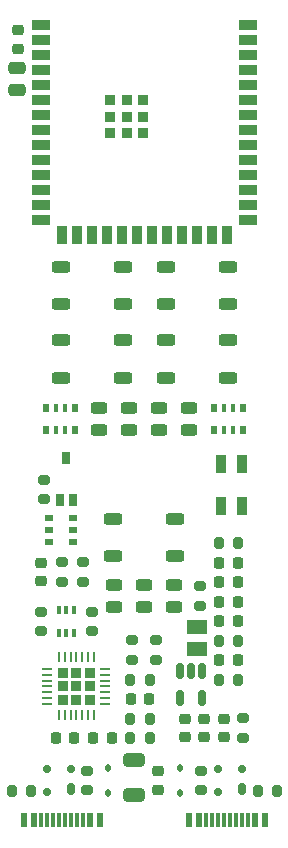
<source format=gtp>
G04 #@! TF.GenerationSoftware,KiCad,Pcbnew,8.99.0-1829-g5db4d10c86*
G04 #@! TF.CreationDate,2024-08-04T21:37:52+02:00*
G04 #@! TF.ProjectId,fiit-esp32-kit-pcb,66696974-2d65-4737-9033-322d6b69742d,0.1*
G04 #@! TF.SameCoordinates,Original*
G04 #@! TF.FileFunction,Paste,Top*
G04 #@! TF.FilePolarity,Positive*
%FSLAX46Y46*%
G04 Gerber Fmt 4.6, Leading zero omitted, Abs format (unit mm)*
G04 Created by KiCad (PCBNEW 8.99.0-1829-g5db4d10c86) date 2024-08-04 21:37:52*
%MOMM*%
%LPD*%
G01*
G04 APERTURE LIST*
G04 Aperture macros list*
%AMRoundRect*
0 Rectangle with rounded corners*
0 $1 Rounding radius*
0 $2 $3 $4 $5 $6 $7 $8 $9 X,Y pos of 4 corners*
0 Add a 4 corners polygon primitive as box body*
4,1,4,$2,$3,$4,$5,$6,$7,$8,$9,$2,$3,0*
0 Add four circle primitives for the rounded corners*
1,1,$1+$1,$2,$3*
1,1,$1+$1,$4,$5*
1,1,$1+$1,$6,$7*
1,1,$1+$1,$8,$9*
0 Add four rect primitives between the rounded corners*
20,1,$1+$1,$2,$3,$4,$5,0*
20,1,$1+$1,$4,$5,$6,$7,0*
20,1,$1+$1,$6,$7,$8,$9,0*
20,1,$1+$1,$8,$9,$2,$3,0*%
G04 Aperture macros list end*
%ADD10R,0.900000X0.900000*%
%ADD11R,1.500000X0.900000*%
%ADD12R,0.900000X1.500000*%
%ADD13RoundRect,0.100000X0.100000X-0.225000X0.100000X0.225000X-0.100000X0.225000X-0.100000X-0.225000X0*%
%ADD14RoundRect,0.200000X0.275000X-0.200000X0.275000X0.200000X-0.275000X0.200000X-0.275000X-0.200000X0*%
%ADD15R,0.800000X0.500000*%
%ADD16RoundRect,0.225000X-0.250000X0.225000X-0.250000X-0.225000X0.250000X-0.225000X0.250000X0.225000X0*%
%ADD17RoundRect,0.243750X0.456250X-0.243750X0.456250X0.243750X-0.456250X0.243750X-0.456250X-0.243750X0*%
%ADD18RoundRect,0.112500X-0.112500X0.187500X-0.112500X-0.187500X0.112500X-0.187500X0.112500X0.187500X0*%
%ADD19RoundRect,0.225000X-0.225000X-0.250000X0.225000X-0.250000X0.225000X0.250000X-0.225000X0.250000X0*%
%ADD20RoundRect,0.200000X0.200000X0.275000X-0.200000X0.275000X-0.200000X-0.275000X0.200000X-0.275000X0*%
%ADD21RoundRect,0.200000X-0.200000X-0.275000X0.200000X-0.275000X0.200000X0.275000X-0.200000X0.275000X0*%
%ADD22RoundRect,0.225000X0.250000X-0.225000X0.250000X0.225000X-0.250000X0.225000X-0.250000X-0.225000X0*%
%ADD23R,0.500000X0.800000*%
%ADD24R,0.400000X0.800000*%
%ADD25RoundRect,0.250000X-0.650000X0.325000X-0.650000X-0.325000X0.650000X-0.325000X0.650000X0.325000X0*%
%ADD26R,0.600000X1.240000*%
%ADD27R,0.300000X1.240000*%
%ADD28RoundRect,0.250000X-0.525000X-0.250000X0.525000X-0.250000X0.525000X0.250000X-0.525000X0.250000X0*%
%ADD29RoundRect,0.200000X-0.275000X0.200000X-0.275000X-0.200000X0.275000X-0.200000X0.275000X0.200000X0*%
%ADD30RoundRect,0.225000X0.225000X0.250000X-0.225000X0.250000X-0.225000X-0.250000X0.225000X-0.250000X0*%
%ADD31RoundRect,0.243750X-0.456250X0.243750X-0.456250X-0.243750X0.456250X-0.243750X0.456250X0.243750X0*%
%ADD32RoundRect,0.250000X-0.475000X0.250000X-0.475000X-0.250000X0.475000X-0.250000X0.475000X0.250000X0*%
%ADD33R,0.850000X1.600000*%
%ADD34RoundRect,0.225000X0.225000X-0.225000X0.225000X0.225000X-0.225000X0.225000X-0.225000X-0.225000X0*%
%ADD35RoundRect,0.062500X0.062500X-0.337500X0.062500X0.337500X-0.062500X0.337500X-0.062500X-0.337500X0*%
%ADD36RoundRect,0.062500X0.337500X-0.062500X0.337500X0.062500X-0.337500X0.062500X-0.337500X-0.062500X0*%
%ADD37RoundRect,0.150000X-0.150000X0.512500X-0.150000X-0.512500X0.150000X-0.512500X0.150000X0.512500X0*%
%ADD38R,0.800000X1.100000*%
%ADD39R,1.800000X1.200000*%
%ADD40RoundRect,0.175000X0.175000X0.325000X-0.175000X0.325000X-0.175000X-0.325000X0.175000X-0.325000X0*%
%ADD41RoundRect,0.150000X0.200000X0.150000X-0.200000X0.150000X-0.200000X-0.150000X0.200000X-0.150000X0*%
G04 APERTURE END LIST*
D10*
X204800000Y-55814000D03*
X204800000Y-57214000D03*
X204800000Y-58614000D03*
X206200000Y-55814000D03*
X206200000Y-57214000D03*
X206200000Y-58614000D03*
X207600000Y-55814000D03*
X207600000Y-57214000D03*
X207600000Y-58614000D03*
D11*
X198950000Y-49494000D03*
X198950000Y-50764000D03*
X198950000Y-52034000D03*
X198950000Y-53304000D03*
X198950000Y-54574000D03*
X198950000Y-55844000D03*
X198950000Y-57114000D03*
X198950000Y-58384000D03*
X198950000Y-59654000D03*
X198950000Y-60924000D03*
X198950000Y-62194000D03*
X198950000Y-63464000D03*
X198950000Y-64734000D03*
X198950000Y-66004000D03*
D12*
X200715000Y-67254000D03*
X201985000Y-67254000D03*
X203255000Y-67254000D03*
X204525000Y-67254000D03*
X205795000Y-67254000D03*
X207065000Y-67254000D03*
X208335000Y-67254000D03*
X209605000Y-67254000D03*
X210875000Y-67254000D03*
X212145000Y-67254000D03*
X213415000Y-67254000D03*
X214685000Y-67254000D03*
D11*
X216450000Y-66004000D03*
X216450000Y-64734000D03*
X216450000Y-63464000D03*
X216450000Y-62194000D03*
X216450000Y-60924000D03*
X216450000Y-59654000D03*
X216450000Y-58384000D03*
X216450000Y-57114000D03*
X216450000Y-55844000D03*
X216450000Y-54574000D03*
X216450000Y-53304000D03*
X216450000Y-52034000D03*
X216450000Y-50764000D03*
X216450000Y-49494000D03*
D13*
X200446000Y-100916000D03*
X201096000Y-100916000D03*
X201746000Y-100916000D03*
X201746000Y-99016000D03*
X201096000Y-99016000D03*
X200446000Y-99016000D03*
D14*
X208716000Y-103204000D03*
X208716000Y-101554000D03*
D15*
X199647000Y-91219000D03*
X199647000Y-92219000D03*
X199647000Y-93219000D03*
X201647000Y-93219000D03*
X201647000Y-92219000D03*
X201647000Y-91219000D03*
D16*
X211129000Y-108208000D03*
X211129000Y-109758000D03*
D14*
X199191000Y-89615000D03*
X199191000Y-87965000D03*
D17*
X207700000Y-98744500D03*
X207700000Y-96869500D03*
D18*
X210748000Y-112378000D03*
X210748000Y-114478000D03*
D19*
X214037000Y-98315000D03*
X215587000Y-98315000D03*
D18*
X204652000Y-112378000D03*
X204652000Y-114478000D03*
D20*
X215637000Y-93362000D03*
X213987000Y-93362000D03*
D17*
X205160000Y-98744500D03*
X205160000Y-96869500D03*
D21*
X213987000Y-101617000D03*
X215637000Y-101617000D03*
D22*
X197032000Y-51465000D03*
X197032000Y-49915000D03*
D23*
X213612000Y-83721000D03*
D24*
X214412000Y-83721000D03*
X215212000Y-83721000D03*
D23*
X216012000Y-83721000D03*
X216012000Y-81921000D03*
D24*
X215212000Y-81921000D03*
X214412000Y-81921000D03*
D23*
X213612000Y-81921000D03*
D20*
X218939000Y-114317000D03*
X217289000Y-114317000D03*
X215637000Y-104919000D03*
X213987000Y-104919000D03*
D19*
X214037000Y-99966000D03*
X215587000Y-99966000D03*
D25*
X206811000Y-111699000D03*
X206811000Y-114649000D03*
D14*
X200715000Y-96600000D03*
X200715000Y-94950000D03*
D26*
X197515000Y-116815000D03*
X198315000Y-116815000D03*
D27*
X199465000Y-116815000D03*
X200465000Y-116815000D03*
X200965000Y-116815000D03*
X201965000Y-116815000D03*
D26*
X203115000Y-116815000D03*
X203915000Y-116815000D03*
X203915000Y-116815000D03*
X203115000Y-116815000D03*
D27*
X202465000Y-116815000D03*
X201465000Y-116815000D03*
X199965000Y-116815000D03*
X198965000Y-116815000D03*
D26*
X198315000Y-116815000D03*
X197515000Y-116815000D03*
D20*
X208144000Y-104919000D03*
X206494000Y-104919000D03*
D16*
X198937000Y-95000000D03*
X198937000Y-96550000D03*
X212780000Y-108208000D03*
X212780000Y-109758000D03*
D20*
X208144000Y-108221000D03*
X206494000Y-108221000D03*
D28*
X200630000Y-69918000D03*
X205880000Y-69918000D03*
X200630000Y-73118000D03*
X205880000Y-73118000D03*
D19*
X203369000Y-109872000D03*
X204919000Y-109872000D03*
D29*
X216082000Y-108158000D03*
X216082000Y-109808000D03*
X212526000Y-112603000D03*
X212526000Y-114253000D03*
D30*
X201744000Y-109872000D03*
X200194000Y-109872000D03*
D14*
X202493000Y-96600000D03*
X202493000Y-94950000D03*
D26*
X211485000Y-116815000D03*
X212285000Y-116815000D03*
D27*
X213435000Y-116815000D03*
X214435000Y-116815000D03*
X214935000Y-116815000D03*
X215935000Y-116815000D03*
D26*
X217085000Y-116815000D03*
X217885000Y-116815000D03*
X217885000Y-116815000D03*
X217085000Y-116815000D03*
D27*
X216435000Y-116815000D03*
X215435000Y-116815000D03*
X213935000Y-116815000D03*
X212935000Y-116815000D03*
D26*
X212285000Y-116815000D03*
X211485000Y-116815000D03*
D19*
X214037000Y-95013000D03*
X215587000Y-95013000D03*
D14*
X203255000Y-100791000D03*
X203255000Y-99141000D03*
D19*
X214037000Y-96664000D03*
X215587000Y-96664000D03*
D31*
X211510000Y-81883500D03*
X211510000Y-83758500D03*
D28*
X205075000Y-91254000D03*
X210325000Y-91254000D03*
X205075000Y-94454000D03*
X210325000Y-94454000D03*
D32*
X196905000Y-53108000D03*
X196905000Y-55008000D03*
D33*
X214191000Y-90159000D03*
X215941000Y-90159000D03*
X215941000Y-86659000D03*
X214191000Y-86659000D03*
D19*
X206544000Y-106570000D03*
X208094000Y-106570000D03*
D16*
X208843000Y-112653000D03*
X208843000Y-114203000D03*
D29*
X198937000Y-99141000D03*
X198937000Y-100791000D03*
D17*
X210240000Y-98744500D03*
X210240000Y-96869500D03*
D28*
X200630000Y-76141000D03*
X205880000Y-76141000D03*
X200630000Y-79341000D03*
X205880000Y-79341000D03*
D31*
X206430000Y-81883500D03*
X206430000Y-83758500D03*
D34*
X200828000Y-106584000D03*
X201948000Y-106584000D03*
X203068000Y-106584000D03*
X200828000Y-105464000D03*
X201948000Y-105464000D03*
X203068000Y-105464000D03*
X200828000Y-104344000D03*
X201948000Y-104344000D03*
X203068000Y-104344000D03*
D35*
X200448000Y-107914000D03*
X200948000Y-107914000D03*
X201448000Y-107914000D03*
X201948000Y-107914000D03*
X202448000Y-107914000D03*
X202948000Y-107914000D03*
X203448000Y-107914000D03*
D36*
X204398000Y-106964000D03*
X204398000Y-106464000D03*
X204398000Y-105964000D03*
X204398000Y-105464000D03*
X204398000Y-104964000D03*
X204398000Y-104464000D03*
X204398000Y-103964000D03*
D35*
X203448000Y-103014000D03*
X202948000Y-103014000D03*
X202448000Y-103014000D03*
X201948000Y-103014000D03*
X201448000Y-103014000D03*
X200948000Y-103014000D03*
X200448000Y-103014000D03*
D36*
X199498000Y-103964000D03*
X199498000Y-104464000D03*
X199498000Y-104964000D03*
X199498000Y-105464000D03*
X199498000Y-105964000D03*
X199498000Y-106464000D03*
X199498000Y-106964000D03*
D37*
X212587000Y-104162500D03*
X211637000Y-104162500D03*
X210687000Y-104162500D03*
X210687000Y-106437500D03*
X212587000Y-106437500D03*
D29*
X202874000Y-112603000D03*
X202874000Y-114253000D03*
D19*
X214037000Y-103268000D03*
X215587000Y-103268000D03*
D38*
X201096000Y-86126000D03*
X200546000Y-89676000D03*
X201646000Y-89676000D03*
D21*
X206494000Y-109872000D03*
X208144000Y-109872000D03*
X196461000Y-114317000D03*
X198111000Y-114317000D03*
D16*
X214431000Y-108208000D03*
X214431000Y-109758000D03*
D14*
X206684000Y-103204000D03*
X206684000Y-101554000D03*
D31*
X208970000Y-81883500D03*
X208970000Y-83758500D03*
D28*
X209520000Y-76141000D03*
X214770000Y-76141000D03*
X209520000Y-79341000D03*
X214770000Y-79341000D03*
D31*
X203890000Y-81883500D03*
X203890000Y-83758500D03*
D39*
X212145000Y-102263000D03*
X212145000Y-100463000D03*
D28*
X209520000Y-69918000D03*
X214770000Y-69918000D03*
X209520000Y-73118000D03*
X214770000Y-73118000D03*
D40*
X201461000Y-114178000D03*
D41*
X201461000Y-112478000D03*
X199461000Y-112478000D03*
X199461000Y-114378000D03*
D40*
X215939000Y-114178000D03*
D41*
X215939000Y-112478000D03*
X213939000Y-112478000D03*
X213939000Y-114378000D03*
D23*
X199388000Y-83721000D03*
D24*
X200188000Y-83721000D03*
X200988000Y-83721000D03*
D23*
X201788000Y-83721000D03*
X201788000Y-81921000D03*
D24*
X200988000Y-81921000D03*
X200188000Y-81921000D03*
D23*
X199388000Y-81921000D03*
D14*
X212399000Y-98632000D03*
X212399000Y-96982000D03*
M02*

</source>
